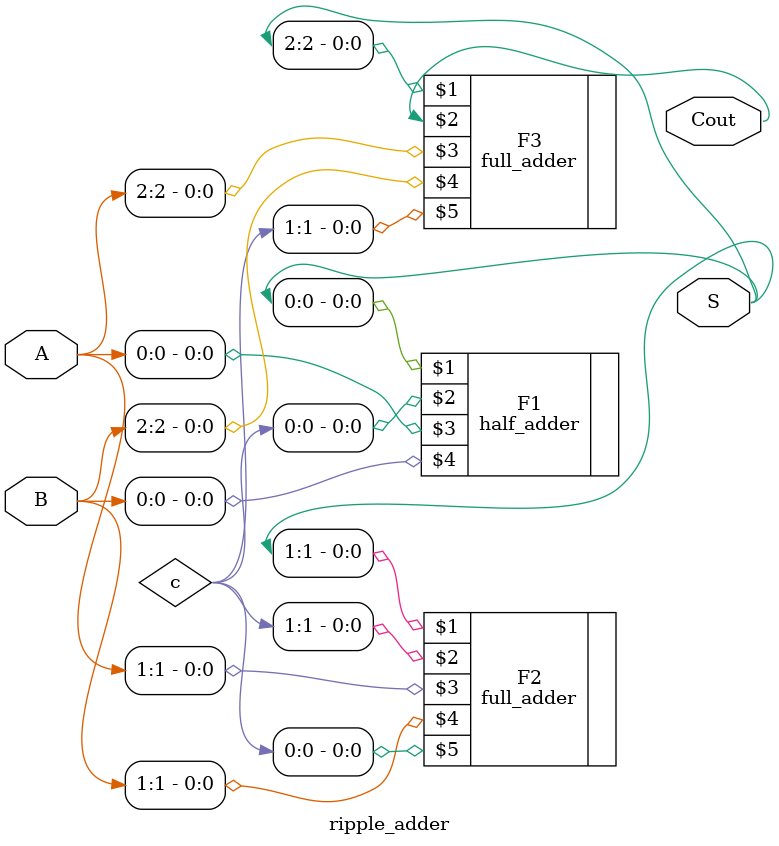
<source format=v>
module ripple_adder(
    output reg [0:2] S,
    output reg Cout,
    input [0:2] A,B
);

    reg [0:1] c;
    half_adder F1(S[0], c[0], A[0], B[0]);
    full_adder F2(S[1], c[1], A[1], B[1], c[0]);
    full_adder F3(S[2], Cout, A[2], B[2], c[1]);

endmodule

</source>
